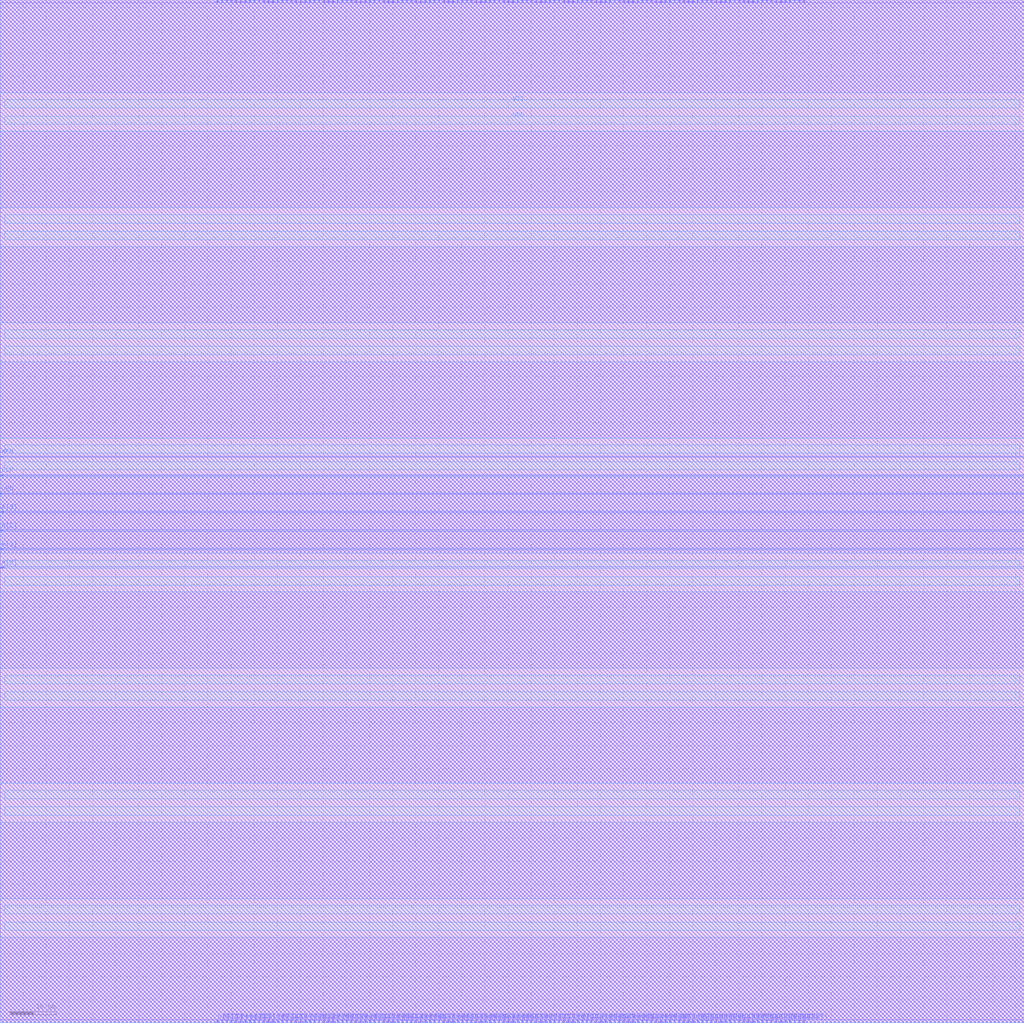
<source format=lef>
##
## LEF for PtnCells ;
## created by Innovus v15.23-s045_1 on Fri Mar 14 15:00:23 2025
##

VERSION 5.8 ;

BUSBITCHARS "[]" ;
DIVIDERCHAR "/" ;

MACRO sram_w16
  CLASS BLOCK ;
  SIZE 221.8000 BY 221.6000 ;
  FOREIGN sram_w16 0.0000 0.0000 ;
  ORIGIN 0 0 ;
  SYMMETRY X Y R90 ;
  PIN CLK
    DIRECTION INPUT ;
    USE SIGNAL ;
    PORT
      LAYER M3 ;
        RECT 0.0000 118.5500 0.5200 118.6500 ;
    END
  END CLK
  PIN D[127]
    DIRECTION INPUT ;
    USE SIGNAL ;
    PORT
      LAYER M2 ;
        RECT 174.0500 0.0000 174.1500 0.5200 ;
    END
  END D[127]
  PIN D[126]
    DIRECTION INPUT ;
    USE SIGNAL ;
    PORT
      LAYER M2 ;
        RECT 173.0500 0.0000 173.1500 0.5200 ;
    END
  END D[126]
  PIN D[125]
    DIRECTION INPUT ;
    USE SIGNAL ;
    PORT
      LAYER M2 ;
        RECT 172.0500 0.0000 172.1500 0.5200 ;
    END
  END D[125]
  PIN D[124]
    DIRECTION INPUT ;
    USE SIGNAL ;
    PORT
      LAYER M2 ;
        RECT 171.0500 0.0000 171.1500 0.5200 ;
    END
  END D[124]
  PIN D[123]
    DIRECTION INPUT ;
    USE SIGNAL ;
    PORT
      LAYER M2 ;
        RECT 170.0500 0.0000 170.1500 0.5200 ;
    END
  END D[123]
  PIN D[122]
    DIRECTION INPUT ;
    USE SIGNAL ;
    PORT
      LAYER M2 ;
        RECT 169.0500 0.0000 169.1500 0.5200 ;
    END
  END D[122]
  PIN D[121]
    DIRECTION INPUT ;
    USE SIGNAL ;
    PORT
      LAYER M2 ;
        RECT 168.0500 0.0000 168.1500 0.5200 ;
    END
  END D[121]
  PIN D[120]
    DIRECTION INPUT ;
    USE SIGNAL ;
    PORT
      LAYER M2 ;
        RECT 167.0500 0.0000 167.1500 0.5200 ;
    END
  END D[120]
  PIN D[119]
    DIRECTION INPUT ;
    USE SIGNAL ;
    PORT
      LAYER M2 ;
        RECT 166.0500 0.0000 166.1500 0.5200 ;
    END
  END D[119]
  PIN D[118]
    DIRECTION INPUT ;
    USE SIGNAL ;
    PORT
      LAYER M2 ;
        RECT 165.0500 0.0000 165.1500 0.5200 ;
    END
  END D[118]
  PIN D[117]
    DIRECTION INPUT ;
    USE SIGNAL ;
    PORT
      LAYER M2 ;
        RECT 164.0500 0.0000 164.1500 0.5200 ;
    END
  END D[117]
  PIN D[116]
    DIRECTION INPUT ;
    USE SIGNAL ;
    PORT
      LAYER M2 ;
        RECT 163.0500 0.0000 163.1500 0.5200 ;
    END
  END D[116]
  PIN D[115]
    DIRECTION INPUT ;
    USE SIGNAL ;
    PORT
      LAYER M2 ;
        RECT 162.0500 0.0000 162.1500 0.5200 ;
    END
  END D[115]
  PIN D[114]
    DIRECTION INPUT ;
    USE SIGNAL ;
    PORT
      LAYER M2 ;
        RECT 161.0500 0.0000 161.1500 0.5200 ;
    END
  END D[114]
  PIN D[113]
    DIRECTION INPUT ;
    USE SIGNAL ;
    PORT
      LAYER M2 ;
        RECT 160.0500 0.0000 160.1500 0.5200 ;
    END
  END D[113]
  PIN D[112]
    DIRECTION INPUT ;
    USE SIGNAL ;
    PORT
      LAYER M2 ;
        RECT 159.0500 0.0000 159.1500 0.5200 ;
    END
  END D[112]
  PIN D[111]
    DIRECTION INPUT ;
    USE SIGNAL ;
    PORT
      LAYER M2 ;
        RECT 158.0500 0.0000 158.1500 0.5200 ;
    END
  END D[111]
  PIN D[110]
    DIRECTION INPUT ;
    USE SIGNAL ;
    PORT
      LAYER M2 ;
        RECT 157.0500 0.0000 157.1500 0.5200 ;
    END
  END D[110]
  PIN D[109]
    DIRECTION INPUT ;
    USE SIGNAL ;
    PORT
      LAYER M2 ;
        RECT 156.0500 0.0000 156.1500 0.5200 ;
    END
  END D[109]
  PIN D[108]
    DIRECTION INPUT ;
    USE SIGNAL ;
    PORT
      LAYER M2 ;
        RECT 155.0500 0.0000 155.1500 0.5200 ;
    END
  END D[108]
  PIN D[107]
    DIRECTION INPUT ;
    USE SIGNAL ;
    PORT
      LAYER M2 ;
        RECT 154.0500 0.0000 154.1500 0.5200 ;
    END
  END D[107]
  PIN D[106]
    DIRECTION INPUT ;
    USE SIGNAL ;
    PORT
      LAYER M2 ;
        RECT 153.0500 0.0000 153.1500 0.5200 ;
    END
  END D[106]
  PIN D[105]
    DIRECTION INPUT ;
    USE SIGNAL ;
    PORT
      LAYER M2 ;
        RECT 152.0500 0.0000 152.1500 0.5200 ;
    END
  END D[105]
  PIN D[104]
    DIRECTION INPUT ;
    USE SIGNAL ;
    PORT
      LAYER M2 ;
        RECT 151.0500 0.0000 151.1500 0.5200 ;
    END
  END D[104]
  PIN D[103]
    DIRECTION INPUT ;
    USE SIGNAL ;
    PORT
      LAYER M2 ;
        RECT 150.0500 0.0000 150.1500 0.5200 ;
    END
  END D[103]
  PIN D[102]
    DIRECTION INPUT ;
    USE SIGNAL ;
    PORT
      LAYER M2 ;
        RECT 149.0500 0.0000 149.1500 0.5200 ;
    END
  END D[102]
  PIN D[101]
    DIRECTION INPUT ;
    USE SIGNAL ;
    PORT
      LAYER M2 ;
        RECT 148.0500 0.0000 148.1500 0.5200 ;
    END
  END D[101]
  PIN D[100]
    DIRECTION INPUT ;
    USE SIGNAL ;
    PORT
      LAYER M2 ;
        RECT 147.0500 0.0000 147.1500 0.5200 ;
    END
  END D[100]
  PIN D[99]
    DIRECTION INPUT ;
    USE SIGNAL ;
    PORT
      LAYER M2 ;
        RECT 146.0500 0.0000 146.1500 0.5200 ;
    END
  END D[99]
  PIN D[98]
    DIRECTION INPUT ;
    USE SIGNAL ;
    PORT
      LAYER M2 ;
        RECT 145.0500 0.0000 145.1500 0.5200 ;
    END
  END D[98]
  PIN D[97]
    DIRECTION INPUT ;
    USE SIGNAL ;
    PORT
      LAYER M2 ;
        RECT 144.0500 0.0000 144.1500 0.5200 ;
    END
  END D[97]
  PIN D[96]
    DIRECTION INPUT ;
    USE SIGNAL ;
    PORT
      LAYER M2 ;
        RECT 143.0500 0.0000 143.1500 0.5200 ;
    END
  END D[96]
  PIN D[95]
    DIRECTION INPUT ;
    USE SIGNAL ;
    PORT
      LAYER M2 ;
        RECT 142.0500 0.0000 142.1500 0.5200 ;
    END
  END D[95]
  PIN D[94]
    DIRECTION INPUT ;
    USE SIGNAL ;
    PORT
      LAYER M2 ;
        RECT 141.0500 0.0000 141.1500 0.5200 ;
    END
  END D[94]
  PIN D[93]
    DIRECTION INPUT ;
    USE SIGNAL ;
    PORT
      LAYER M2 ;
        RECT 140.0500 0.0000 140.1500 0.5200 ;
    END
  END D[93]
  PIN D[92]
    DIRECTION INPUT ;
    USE SIGNAL ;
    PORT
      LAYER M2 ;
        RECT 139.0500 0.0000 139.1500 0.5200 ;
    END
  END D[92]
  PIN D[91]
    DIRECTION INPUT ;
    USE SIGNAL ;
    PORT
      LAYER M2 ;
        RECT 138.0500 0.0000 138.1500 0.5200 ;
    END
  END D[91]
  PIN D[90]
    DIRECTION INPUT ;
    USE SIGNAL ;
    PORT
      LAYER M2 ;
        RECT 137.0500 0.0000 137.1500 0.5200 ;
    END
  END D[90]
  PIN D[89]
    DIRECTION INPUT ;
    USE SIGNAL ;
    PORT
      LAYER M2 ;
        RECT 136.0500 0.0000 136.1500 0.5200 ;
    END
  END D[89]
  PIN D[88]
    DIRECTION INPUT ;
    USE SIGNAL ;
    PORT
      LAYER M2 ;
        RECT 135.0500 0.0000 135.1500 0.5200 ;
    END
  END D[88]
  PIN D[87]
    DIRECTION INPUT ;
    USE SIGNAL ;
    PORT
      LAYER M2 ;
        RECT 134.0500 0.0000 134.1500 0.5200 ;
    END
  END D[87]
  PIN D[86]
    DIRECTION INPUT ;
    USE SIGNAL ;
    PORT
      LAYER M2 ;
        RECT 133.0500 0.0000 133.1500 0.5200 ;
    END
  END D[86]
  PIN D[85]
    DIRECTION INPUT ;
    USE SIGNAL ;
    PORT
      LAYER M2 ;
        RECT 132.0500 0.0000 132.1500 0.5200 ;
    END
  END D[85]
  PIN D[84]
    DIRECTION INPUT ;
    USE SIGNAL ;
    PORT
      LAYER M2 ;
        RECT 131.0500 0.0000 131.1500 0.5200 ;
    END
  END D[84]
  PIN D[83]
    DIRECTION INPUT ;
    USE SIGNAL ;
    PORT
      LAYER M2 ;
        RECT 130.0500 0.0000 130.1500 0.5200 ;
    END
  END D[83]
  PIN D[82]
    DIRECTION INPUT ;
    USE SIGNAL ;
    PORT
      LAYER M2 ;
        RECT 129.0500 0.0000 129.1500 0.5200 ;
    END
  END D[82]
  PIN D[81]
    DIRECTION INPUT ;
    USE SIGNAL ;
    PORT
      LAYER M2 ;
        RECT 128.0500 0.0000 128.1500 0.5200 ;
    END
  END D[81]
  PIN D[80]
    DIRECTION INPUT ;
    USE SIGNAL ;
    PORT
      LAYER M2 ;
        RECT 127.0500 0.0000 127.1500 0.5200 ;
    END
  END D[80]
  PIN D[79]
    DIRECTION INPUT ;
    USE SIGNAL ;
    PORT
      LAYER M2 ;
        RECT 126.0500 0.0000 126.1500 0.5200 ;
    END
  END D[79]
  PIN D[78]
    DIRECTION INPUT ;
    USE SIGNAL ;
    PORT
      LAYER M2 ;
        RECT 125.0500 0.0000 125.1500 0.5200 ;
    END
  END D[78]
  PIN D[77]
    DIRECTION INPUT ;
    USE SIGNAL ;
    PORT
      LAYER M2 ;
        RECT 124.0500 0.0000 124.1500 0.5200 ;
    END
  END D[77]
  PIN D[76]
    DIRECTION INPUT ;
    USE SIGNAL ;
    PORT
      LAYER M2 ;
        RECT 123.0500 0.0000 123.1500 0.5200 ;
    END
  END D[76]
  PIN D[75]
    DIRECTION INPUT ;
    USE SIGNAL ;
    PORT
      LAYER M2 ;
        RECT 122.0500 0.0000 122.1500 0.5200 ;
    END
  END D[75]
  PIN D[74]
    DIRECTION INPUT ;
    USE SIGNAL ;
    PORT
      LAYER M2 ;
        RECT 121.0500 0.0000 121.1500 0.5200 ;
    END
  END D[74]
  PIN D[73]
    DIRECTION INPUT ;
    USE SIGNAL ;
    PORT
      LAYER M2 ;
        RECT 120.0500 0.0000 120.1500 0.5200 ;
    END
  END D[73]
  PIN D[72]
    DIRECTION INPUT ;
    USE SIGNAL ;
    PORT
      LAYER M2 ;
        RECT 119.0500 0.0000 119.1500 0.5200 ;
    END
  END D[72]
  PIN D[71]
    DIRECTION INPUT ;
    USE SIGNAL ;
    PORT
      LAYER M2 ;
        RECT 118.0500 0.0000 118.1500 0.5200 ;
    END
  END D[71]
  PIN D[70]
    DIRECTION INPUT ;
    USE SIGNAL ;
    PORT
      LAYER M2 ;
        RECT 117.0500 0.0000 117.1500 0.5200 ;
    END
  END D[70]
  PIN D[69]
    DIRECTION INPUT ;
    USE SIGNAL ;
    PORT
      LAYER M2 ;
        RECT 116.0500 0.0000 116.1500 0.5200 ;
    END
  END D[69]
  PIN D[68]
    DIRECTION INPUT ;
    USE SIGNAL ;
    PORT
      LAYER M2 ;
        RECT 115.0500 0.0000 115.1500 0.5200 ;
    END
  END D[68]
  PIN D[67]
    DIRECTION INPUT ;
    USE SIGNAL ;
    PORT
      LAYER M2 ;
        RECT 114.0500 0.0000 114.1500 0.5200 ;
    END
  END D[67]
  PIN D[66]
    DIRECTION INPUT ;
    USE SIGNAL ;
    PORT
      LAYER M2 ;
        RECT 113.0500 0.0000 113.1500 0.5200 ;
    END
  END D[66]
  PIN D[65]
    DIRECTION INPUT ;
    USE SIGNAL ;
    PORT
      LAYER M2 ;
        RECT 112.0500 0.0000 112.1500 0.5200 ;
    END
  END D[65]
  PIN D[64]
    DIRECTION INPUT ;
    USE SIGNAL ;
    PORT
      LAYER M2 ;
        RECT 111.0500 0.0000 111.1500 0.5200 ;
    END
  END D[64]
  PIN D[63]
    DIRECTION INPUT ;
    USE SIGNAL ;
    PORT
      LAYER M2 ;
        RECT 110.0500 0.0000 110.1500 0.5200 ;
    END
  END D[63]
  PIN D[62]
    DIRECTION INPUT ;
    USE SIGNAL ;
    PORT
      LAYER M2 ;
        RECT 109.0500 0.0000 109.1500 0.5200 ;
    END
  END D[62]
  PIN D[61]
    DIRECTION INPUT ;
    USE SIGNAL ;
    PORT
      LAYER M2 ;
        RECT 108.0500 0.0000 108.1500 0.5200 ;
    END
  END D[61]
  PIN D[60]
    DIRECTION INPUT ;
    USE SIGNAL ;
    PORT
      LAYER M2 ;
        RECT 107.0500 0.0000 107.1500 0.5200 ;
    END
  END D[60]
  PIN D[59]
    DIRECTION INPUT ;
    USE SIGNAL ;
    PORT
      LAYER M2 ;
        RECT 106.0500 0.0000 106.1500 0.5200 ;
    END
  END D[59]
  PIN D[58]
    DIRECTION INPUT ;
    USE SIGNAL ;
    PORT
      LAYER M2 ;
        RECT 105.0500 0.0000 105.1500 0.5200 ;
    END
  END D[58]
  PIN D[57]
    DIRECTION INPUT ;
    USE SIGNAL ;
    PORT
      LAYER M2 ;
        RECT 104.0500 0.0000 104.1500 0.5200 ;
    END
  END D[57]
  PIN D[56]
    DIRECTION INPUT ;
    USE SIGNAL ;
    PORT
      LAYER M2 ;
        RECT 103.0500 0.0000 103.1500 0.5200 ;
    END
  END D[56]
  PIN D[55]
    DIRECTION INPUT ;
    USE SIGNAL ;
    PORT
      LAYER M2 ;
        RECT 102.0500 0.0000 102.1500 0.5200 ;
    END
  END D[55]
  PIN D[54]
    DIRECTION INPUT ;
    USE SIGNAL ;
    PORT
      LAYER M2 ;
        RECT 101.0500 0.0000 101.1500 0.5200 ;
    END
  END D[54]
  PIN D[53]
    DIRECTION INPUT ;
    USE SIGNAL ;
    PORT
      LAYER M2 ;
        RECT 100.0500 0.0000 100.1500 0.5200 ;
    END
  END D[53]
  PIN D[52]
    DIRECTION INPUT ;
    USE SIGNAL ;
    PORT
      LAYER M2 ;
        RECT 99.0500 0.0000 99.1500 0.5200 ;
    END
  END D[52]
  PIN D[51]
    DIRECTION INPUT ;
    USE SIGNAL ;
    PORT
      LAYER M2 ;
        RECT 98.0500 0.0000 98.1500 0.5200 ;
    END
  END D[51]
  PIN D[50]
    DIRECTION INPUT ;
    USE SIGNAL ;
    PORT
      LAYER M2 ;
        RECT 97.0500 0.0000 97.1500 0.5200 ;
    END
  END D[50]
  PIN D[49]
    DIRECTION INPUT ;
    USE SIGNAL ;
    PORT
      LAYER M2 ;
        RECT 96.0500 0.0000 96.1500 0.5200 ;
    END
  END D[49]
  PIN D[48]
    DIRECTION INPUT ;
    USE SIGNAL ;
    PORT
      LAYER M2 ;
        RECT 95.0500 0.0000 95.1500 0.5200 ;
    END
  END D[48]
  PIN D[47]
    DIRECTION INPUT ;
    USE SIGNAL ;
    PORT
      LAYER M2 ;
        RECT 94.0500 0.0000 94.1500 0.5200 ;
    END
  END D[47]
  PIN D[46]
    DIRECTION INPUT ;
    USE SIGNAL ;
    PORT
      LAYER M2 ;
        RECT 93.0500 0.0000 93.1500 0.5200 ;
    END
  END D[46]
  PIN D[45]
    DIRECTION INPUT ;
    USE SIGNAL ;
    PORT
      LAYER M2 ;
        RECT 92.0500 0.0000 92.1500 0.5200 ;
    END
  END D[45]
  PIN D[44]
    DIRECTION INPUT ;
    USE SIGNAL ;
    PORT
      LAYER M2 ;
        RECT 91.0500 0.0000 91.1500 0.5200 ;
    END
  END D[44]
  PIN D[43]
    DIRECTION INPUT ;
    USE SIGNAL ;
    PORT
      LAYER M2 ;
        RECT 90.0500 0.0000 90.1500 0.5200 ;
    END
  END D[43]
  PIN D[42]
    DIRECTION INPUT ;
    USE SIGNAL ;
    PORT
      LAYER M2 ;
        RECT 89.0500 0.0000 89.1500 0.5200 ;
    END
  END D[42]
  PIN D[41]
    DIRECTION INPUT ;
    USE SIGNAL ;
    PORT
      LAYER M2 ;
        RECT 88.0500 0.0000 88.1500 0.5200 ;
    END
  END D[41]
  PIN D[40]
    DIRECTION INPUT ;
    USE SIGNAL ;
    PORT
      LAYER M2 ;
        RECT 87.0500 0.0000 87.1500 0.5200 ;
    END
  END D[40]
  PIN D[39]
    DIRECTION INPUT ;
    USE SIGNAL ;
    PORT
      LAYER M2 ;
        RECT 86.0500 0.0000 86.1500 0.5200 ;
    END
  END D[39]
  PIN D[38]
    DIRECTION INPUT ;
    USE SIGNAL ;
    PORT
      LAYER M2 ;
        RECT 85.0500 0.0000 85.1500 0.5200 ;
    END
  END D[38]
  PIN D[37]
    DIRECTION INPUT ;
    USE SIGNAL ;
    PORT
      LAYER M2 ;
        RECT 84.0500 0.0000 84.1500 0.5200 ;
    END
  END D[37]
  PIN D[36]
    DIRECTION INPUT ;
    USE SIGNAL ;
    PORT
      LAYER M2 ;
        RECT 83.0500 0.0000 83.1500 0.5200 ;
    END
  END D[36]
  PIN D[35]
    DIRECTION INPUT ;
    USE SIGNAL ;
    PORT
      LAYER M2 ;
        RECT 82.0500 0.0000 82.1500 0.5200 ;
    END
  END D[35]
  PIN D[34]
    DIRECTION INPUT ;
    USE SIGNAL ;
    PORT
      LAYER M2 ;
        RECT 81.0500 0.0000 81.1500 0.5200 ;
    END
  END D[34]
  PIN D[33]
    DIRECTION INPUT ;
    USE SIGNAL ;
    PORT
      LAYER M2 ;
        RECT 80.0500 0.0000 80.1500 0.5200 ;
    END
  END D[33]
  PIN D[32]
    DIRECTION INPUT ;
    USE SIGNAL ;
    PORT
      LAYER M2 ;
        RECT 79.0500 0.0000 79.1500 0.5200 ;
    END
  END D[32]
  PIN D[31]
    DIRECTION INPUT ;
    USE SIGNAL ;
    PORT
      LAYER M2 ;
        RECT 78.0500 0.0000 78.1500 0.5200 ;
    END
  END D[31]
  PIN D[30]
    DIRECTION INPUT ;
    USE SIGNAL ;
    PORT
      LAYER M2 ;
        RECT 77.0500 0.0000 77.1500 0.5200 ;
    END
  END D[30]
  PIN D[29]
    DIRECTION INPUT ;
    USE SIGNAL ;
    PORT
      LAYER M2 ;
        RECT 76.0500 0.0000 76.1500 0.5200 ;
    END
  END D[29]
  PIN D[28]
    DIRECTION INPUT ;
    USE SIGNAL ;
    PORT
      LAYER M2 ;
        RECT 75.0500 0.0000 75.1500 0.5200 ;
    END
  END D[28]
  PIN D[27]
    DIRECTION INPUT ;
    USE SIGNAL ;
    PORT
      LAYER M2 ;
        RECT 74.0500 0.0000 74.1500 0.5200 ;
    END
  END D[27]
  PIN D[26]
    DIRECTION INPUT ;
    USE SIGNAL ;
    PORT
      LAYER M2 ;
        RECT 73.0500 0.0000 73.1500 0.5200 ;
    END
  END D[26]
  PIN D[25]
    DIRECTION INPUT ;
    USE SIGNAL ;
    PORT
      LAYER M2 ;
        RECT 72.0500 0.0000 72.1500 0.5200 ;
    END
  END D[25]
  PIN D[24]
    DIRECTION INPUT ;
    USE SIGNAL ;
    PORT
      LAYER M2 ;
        RECT 71.0500 0.0000 71.1500 0.5200 ;
    END
  END D[24]
  PIN D[23]
    DIRECTION INPUT ;
    USE SIGNAL ;
    PORT
      LAYER M2 ;
        RECT 70.0500 0.0000 70.1500 0.5200 ;
    END
  END D[23]
  PIN D[22]
    DIRECTION INPUT ;
    USE SIGNAL ;
    PORT
      LAYER M2 ;
        RECT 69.0500 0.0000 69.1500 0.5200 ;
    END
  END D[22]
  PIN D[21]
    DIRECTION INPUT ;
    USE SIGNAL ;
    PORT
      LAYER M2 ;
        RECT 68.0500 0.0000 68.1500 0.5200 ;
    END
  END D[21]
  PIN D[20]
    DIRECTION INPUT ;
    USE SIGNAL ;
    PORT
      LAYER M2 ;
        RECT 67.0500 0.0000 67.1500 0.5200 ;
    END
  END D[20]
  PIN D[19]
    DIRECTION INPUT ;
    USE SIGNAL ;
    PORT
      LAYER M2 ;
        RECT 66.0500 0.0000 66.1500 0.5200 ;
    END
  END D[19]
  PIN D[18]
    DIRECTION INPUT ;
    USE SIGNAL ;
    PORT
      LAYER M2 ;
        RECT 65.0500 0.0000 65.1500 0.5200 ;
    END
  END D[18]
  PIN D[17]
    DIRECTION INPUT ;
    USE SIGNAL ;
    PORT
      LAYER M2 ;
        RECT 64.0500 0.0000 64.1500 0.5200 ;
    END
  END D[17]
  PIN D[16]
    DIRECTION INPUT ;
    USE SIGNAL ;
    PORT
      LAYER M2 ;
        RECT 63.0500 0.0000 63.1500 0.5200 ;
    END
  END D[16]
  PIN D[15]
    DIRECTION INPUT ;
    USE SIGNAL ;
    PORT
      LAYER M2 ;
        RECT 62.0500 0.0000 62.1500 0.5200 ;
    END
  END D[15]
  PIN D[14]
    DIRECTION INPUT ;
    USE SIGNAL ;
    PORT
      LAYER M2 ;
        RECT 61.0500 0.0000 61.1500 0.5200 ;
    END
  END D[14]
  PIN D[13]
    DIRECTION INPUT ;
    USE SIGNAL ;
    PORT
      LAYER M2 ;
        RECT 60.0500 0.0000 60.1500 0.5200 ;
    END
  END D[13]
  PIN D[12]
    DIRECTION INPUT ;
    USE SIGNAL ;
    PORT
      LAYER M2 ;
        RECT 59.0500 0.0000 59.1500 0.5200 ;
    END
  END D[12]
  PIN D[11]
    DIRECTION INPUT ;
    USE SIGNAL ;
    PORT
      LAYER M2 ;
        RECT 58.0500 0.0000 58.1500 0.5200 ;
    END
  END D[11]
  PIN D[10]
    DIRECTION INPUT ;
    USE SIGNAL ;
    PORT
      LAYER M2 ;
        RECT 57.0500 0.0000 57.1500 0.5200 ;
    END
  END D[10]
  PIN D[9]
    DIRECTION INPUT ;
    USE SIGNAL ;
    PORT
      LAYER M2 ;
        RECT 56.0500 0.0000 56.1500 0.5200 ;
    END
  END D[9]
  PIN D[8]
    DIRECTION INPUT ;
    USE SIGNAL ;
    PORT
      LAYER M2 ;
        RECT 55.0500 0.0000 55.1500 0.5200 ;
    END
  END D[8]
  PIN D[7]
    DIRECTION INPUT ;
    USE SIGNAL ;
    PORT
      LAYER M2 ;
        RECT 54.0500 0.0000 54.1500 0.5200 ;
    END
  END D[7]
  PIN D[6]
    DIRECTION INPUT ;
    USE SIGNAL ;
    PORT
      LAYER M2 ;
        RECT 53.0500 0.0000 53.1500 0.5200 ;
    END
  END D[6]
  PIN D[5]
    DIRECTION INPUT ;
    USE SIGNAL ;
    PORT
      LAYER M2 ;
        RECT 52.0500 0.0000 52.1500 0.5200 ;
    END
  END D[5]
  PIN D[4]
    DIRECTION INPUT ;
    USE SIGNAL ;
    PORT
      LAYER M2 ;
        RECT 51.0500 0.0000 51.1500 0.5200 ;
    END
  END D[4]
  PIN D[3]
    DIRECTION INPUT ;
    USE SIGNAL ;
    PORT
      LAYER M2 ;
        RECT 50.0500 0.0000 50.1500 0.5200 ;
    END
  END D[3]
  PIN D[2]
    DIRECTION INPUT ;
    USE SIGNAL ;
    PORT
      LAYER M2 ;
        RECT 49.0500 0.0000 49.1500 0.5200 ;
    END
  END D[2]
  PIN D[1]
    DIRECTION INPUT ;
    USE SIGNAL ;
    PORT
      LAYER M2 ;
        RECT 48.0500 0.0000 48.1500 0.5200 ;
    END
  END D[1]
  PIN D[0]
    DIRECTION INPUT ;
    USE SIGNAL ;
    PORT
      LAYER M2 ;
        RECT 47.0500 0.0000 47.1500 0.5200 ;
    END
  END D[0]
  PIN Q[127]
    DIRECTION OUTPUT ;
    USE SIGNAL ;
    PORT
      LAYER M2 ;
        RECT 174.0500 221.0800 174.1500 221.6000 ;
    END
  END Q[127]
  PIN Q[126]
    DIRECTION OUTPUT ;
    USE SIGNAL ;
    PORT
      LAYER M2 ;
        RECT 173.0500 221.0800 173.1500 221.6000 ;
    END
  END Q[126]
  PIN Q[125]
    DIRECTION OUTPUT ;
    USE SIGNAL ;
    PORT
      LAYER M2 ;
        RECT 172.0500 221.0800 172.1500 221.6000 ;
    END
  END Q[125]
  PIN Q[124]
    DIRECTION OUTPUT ;
    USE SIGNAL ;
    PORT
      LAYER M2 ;
        RECT 171.0500 221.0800 171.1500 221.6000 ;
    END
  END Q[124]
  PIN Q[123]
    DIRECTION OUTPUT ;
    USE SIGNAL ;
    PORT
      LAYER M2 ;
        RECT 170.0500 221.0800 170.1500 221.6000 ;
    END
  END Q[123]
  PIN Q[122]
    DIRECTION OUTPUT ;
    USE SIGNAL ;
    PORT
      LAYER M2 ;
        RECT 169.0500 221.0800 169.1500 221.6000 ;
    END
  END Q[122]
  PIN Q[121]
    DIRECTION OUTPUT ;
    USE SIGNAL ;
    PORT
      LAYER M2 ;
        RECT 168.0500 221.0800 168.1500 221.6000 ;
    END
  END Q[121]
  PIN Q[120]
    DIRECTION OUTPUT ;
    USE SIGNAL ;
    PORT
      LAYER M2 ;
        RECT 167.0500 221.0800 167.1500 221.6000 ;
    END
  END Q[120]
  PIN Q[119]
    DIRECTION OUTPUT ;
    USE SIGNAL ;
    PORT
      LAYER M2 ;
        RECT 166.0500 221.0800 166.1500 221.6000 ;
    END
  END Q[119]
  PIN Q[118]
    DIRECTION OUTPUT ;
    USE SIGNAL ;
    PORT
      LAYER M2 ;
        RECT 165.0500 221.0800 165.1500 221.6000 ;
    END
  END Q[118]
  PIN Q[117]
    DIRECTION OUTPUT ;
    USE SIGNAL ;
    PORT
      LAYER M2 ;
        RECT 164.0500 221.0800 164.1500 221.6000 ;
    END
  END Q[117]
  PIN Q[116]
    DIRECTION OUTPUT ;
    USE SIGNAL ;
    PORT
      LAYER M2 ;
        RECT 163.0500 221.0800 163.1500 221.6000 ;
    END
  END Q[116]
  PIN Q[115]
    DIRECTION OUTPUT ;
    USE SIGNAL ;
    PORT
      LAYER M2 ;
        RECT 162.0500 221.0800 162.1500 221.6000 ;
    END
  END Q[115]
  PIN Q[114]
    DIRECTION OUTPUT ;
    USE SIGNAL ;
    PORT
      LAYER M2 ;
        RECT 161.0500 221.0800 161.1500 221.6000 ;
    END
  END Q[114]
  PIN Q[113]
    DIRECTION OUTPUT ;
    USE SIGNAL ;
    PORT
      LAYER M2 ;
        RECT 160.0500 221.0800 160.1500 221.6000 ;
    END
  END Q[113]
  PIN Q[112]
    DIRECTION OUTPUT ;
    USE SIGNAL ;
    PORT
      LAYER M2 ;
        RECT 159.0500 221.0800 159.1500 221.6000 ;
    END
  END Q[112]
  PIN Q[111]
    DIRECTION OUTPUT ;
    USE SIGNAL ;
    PORT
      LAYER M2 ;
        RECT 158.0500 221.0800 158.1500 221.6000 ;
    END
  END Q[111]
  PIN Q[110]
    DIRECTION OUTPUT ;
    USE SIGNAL ;
    PORT
      LAYER M2 ;
        RECT 157.0500 221.0800 157.1500 221.6000 ;
    END
  END Q[110]
  PIN Q[109]
    DIRECTION OUTPUT ;
    USE SIGNAL ;
    PORT
      LAYER M2 ;
        RECT 156.0500 221.0800 156.1500 221.6000 ;
    END
  END Q[109]
  PIN Q[108]
    DIRECTION OUTPUT ;
    USE SIGNAL ;
    PORT
      LAYER M2 ;
        RECT 155.0500 221.0800 155.1500 221.6000 ;
    END
  END Q[108]
  PIN Q[107]
    DIRECTION OUTPUT ;
    USE SIGNAL ;
    PORT
      LAYER M2 ;
        RECT 154.0500 221.0800 154.1500 221.6000 ;
    END
  END Q[107]
  PIN Q[106]
    DIRECTION OUTPUT ;
    USE SIGNAL ;
    PORT
      LAYER M2 ;
        RECT 153.0500 221.0800 153.1500 221.6000 ;
    END
  END Q[106]
  PIN Q[105]
    DIRECTION OUTPUT ;
    USE SIGNAL ;
    PORT
      LAYER M2 ;
        RECT 152.0500 221.0800 152.1500 221.6000 ;
    END
  END Q[105]
  PIN Q[104]
    DIRECTION OUTPUT ;
    USE SIGNAL ;
    PORT
      LAYER M2 ;
        RECT 151.0500 221.0800 151.1500 221.6000 ;
    END
  END Q[104]
  PIN Q[103]
    DIRECTION OUTPUT ;
    USE SIGNAL ;
    PORT
      LAYER M2 ;
        RECT 150.0500 221.0800 150.1500 221.6000 ;
    END
  END Q[103]
  PIN Q[102]
    DIRECTION OUTPUT ;
    USE SIGNAL ;
    PORT
      LAYER M2 ;
        RECT 149.0500 221.0800 149.1500 221.6000 ;
    END
  END Q[102]
  PIN Q[101]
    DIRECTION OUTPUT ;
    USE SIGNAL ;
    PORT
      LAYER M2 ;
        RECT 148.0500 221.0800 148.1500 221.6000 ;
    END
  END Q[101]
  PIN Q[100]
    DIRECTION OUTPUT ;
    USE SIGNAL ;
    PORT
      LAYER M2 ;
        RECT 147.0500 221.0800 147.1500 221.6000 ;
    END
  END Q[100]
  PIN Q[99]
    DIRECTION OUTPUT ;
    USE SIGNAL ;
    PORT
      LAYER M2 ;
        RECT 146.0500 221.0800 146.1500 221.6000 ;
    END
  END Q[99]
  PIN Q[98]
    DIRECTION OUTPUT ;
    USE SIGNAL ;
    PORT
      LAYER M2 ;
        RECT 145.0500 221.0800 145.1500 221.6000 ;
    END
  END Q[98]
  PIN Q[97]
    DIRECTION OUTPUT ;
    USE SIGNAL ;
    PORT
      LAYER M2 ;
        RECT 144.0500 221.0800 144.1500 221.6000 ;
    END
  END Q[97]
  PIN Q[96]
    DIRECTION OUTPUT ;
    USE SIGNAL ;
    PORT
      LAYER M2 ;
        RECT 143.0500 221.0800 143.1500 221.6000 ;
    END
  END Q[96]
  PIN Q[95]
    DIRECTION OUTPUT ;
    USE SIGNAL ;
    PORT
      LAYER M2 ;
        RECT 142.0500 221.0800 142.1500 221.6000 ;
    END
  END Q[95]
  PIN Q[94]
    DIRECTION OUTPUT ;
    USE SIGNAL ;
    PORT
      LAYER M2 ;
        RECT 141.0500 221.0800 141.1500 221.6000 ;
    END
  END Q[94]
  PIN Q[93]
    DIRECTION OUTPUT ;
    USE SIGNAL ;
    PORT
      LAYER M2 ;
        RECT 140.0500 221.0800 140.1500 221.6000 ;
    END
  END Q[93]
  PIN Q[92]
    DIRECTION OUTPUT ;
    USE SIGNAL ;
    PORT
      LAYER M2 ;
        RECT 139.0500 221.0800 139.1500 221.6000 ;
    END
  END Q[92]
  PIN Q[91]
    DIRECTION OUTPUT ;
    USE SIGNAL ;
    PORT
      LAYER M2 ;
        RECT 138.0500 221.0800 138.1500 221.6000 ;
    END
  END Q[91]
  PIN Q[90]
    DIRECTION OUTPUT ;
    USE SIGNAL ;
    PORT
      LAYER M2 ;
        RECT 137.0500 221.0800 137.1500 221.6000 ;
    END
  END Q[90]
  PIN Q[89]
    DIRECTION OUTPUT ;
    USE SIGNAL ;
    PORT
      LAYER M2 ;
        RECT 136.0500 221.0800 136.1500 221.6000 ;
    END
  END Q[89]
  PIN Q[88]
    DIRECTION OUTPUT ;
    USE SIGNAL ;
    PORT
      LAYER M2 ;
        RECT 135.0500 221.0800 135.1500 221.6000 ;
    END
  END Q[88]
  PIN Q[87]
    DIRECTION OUTPUT ;
    USE SIGNAL ;
    PORT
      LAYER M2 ;
        RECT 134.0500 221.0800 134.1500 221.6000 ;
    END
  END Q[87]
  PIN Q[86]
    DIRECTION OUTPUT ;
    USE SIGNAL ;
    PORT
      LAYER M2 ;
        RECT 133.0500 221.0800 133.1500 221.6000 ;
    END
  END Q[86]
  PIN Q[85]
    DIRECTION OUTPUT ;
    USE SIGNAL ;
    PORT
      LAYER M2 ;
        RECT 132.0500 221.0800 132.1500 221.6000 ;
    END
  END Q[85]
  PIN Q[84]
    DIRECTION OUTPUT ;
    USE SIGNAL ;
    PORT
      LAYER M2 ;
        RECT 131.0500 221.0800 131.1500 221.6000 ;
    END
  END Q[84]
  PIN Q[83]
    DIRECTION OUTPUT ;
    USE SIGNAL ;
    PORT
      LAYER M2 ;
        RECT 130.0500 221.0800 130.1500 221.6000 ;
    END
  END Q[83]
  PIN Q[82]
    DIRECTION OUTPUT ;
    USE SIGNAL ;
    PORT
      LAYER M2 ;
        RECT 129.0500 221.0800 129.1500 221.6000 ;
    END
  END Q[82]
  PIN Q[81]
    DIRECTION OUTPUT ;
    USE SIGNAL ;
    PORT
      LAYER M2 ;
        RECT 128.0500 221.0800 128.1500 221.6000 ;
    END
  END Q[81]
  PIN Q[80]
    DIRECTION OUTPUT ;
    USE SIGNAL ;
    PORT
      LAYER M2 ;
        RECT 127.0500 221.0800 127.1500 221.6000 ;
    END
  END Q[80]
  PIN Q[79]
    DIRECTION OUTPUT ;
    USE SIGNAL ;
    PORT
      LAYER M2 ;
        RECT 126.0500 221.0800 126.1500 221.6000 ;
    END
  END Q[79]
  PIN Q[78]
    DIRECTION OUTPUT ;
    USE SIGNAL ;
    PORT
      LAYER M2 ;
        RECT 125.0500 221.0800 125.1500 221.6000 ;
    END
  END Q[78]
  PIN Q[77]
    DIRECTION OUTPUT ;
    USE SIGNAL ;
    PORT
      LAYER M2 ;
        RECT 124.0500 221.0800 124.1500 221.6000 ;
    END
  END Q[77]
  PIN Q[76]
    DIRECTION OUTPUT ;
    USE SIGNAL ;
    PORT
      LAYER M2 ;
        RECT 123.0500 221.0800 123.1500 221.6000 ;
    END
  END Q[76]
  PIN Q[75]
    DIRECTION OUTPUT ;
    USE SIGNAL ;
    PORT
      LAYER M2 ;
        RECT 122.0500 221.0800 122.1500 221.6000 ;
    END
  END Q[75]
  PIN Q[74]
    DIRECTION OUTPUT ;
    USE SIGNAL ;
    PORT
      LAYER M2 ;
        RECT 121.0500 221.0800 121.1500 221.6000 ;
    END
  END Q[74]
  PIN Q[73]
    DIRECTION OUTPUT ;
    USE SIGNAL ;
    PORT
      LAYER M2 ;
        RECT 120.0500 221.0800 120.1500 221.6000 ;
    END
  END Q[73]
  PIN Q[72]
    DIRECTION OUTPUT ;
    USE SIGNAL ;
    PORT
      LAYER M2 ;
        RECT 119.0500 221.0800 119.1500 221.6000 ;
    END
  END Q[72]
  PIN Q[71]
    DIRECTION OUTPUT ;
    USE SIGNAL ;
    PORT
      LAYER M2 ;
        RECT 118.0500 221.0800 118.1500 221.6000 ;
    END
  END Q[71]
  PIN Q[70]
    DIRECTION OUTPUT ;
    USE SIGNAL ;
    PORT
      LAYER M2 ;
        RECT 117.0500 221.0800 117.1500 221.6000 ;
    END
  END Q[70]
  PIN Q[69]
    DIRECTION OUTPUT ;
    USE SIGNAL ;
    PORT
      LAYER M2 ;
        RECT 116.0500 221.0800 116.1500 221.6000 ;
    END
  END Q[69]
  PIN Q[68]
    DIRECTION OUTPUT ;
    USE SIGNAL ;
    PORT
      LAYER M2 ;
        RECT 115.0500 221.0800 115.1500 221.6000 ;
    END
  END Q[68]
  PIN Q[67]
    DIRECTION OUTPUT ;
    USE SIGNAL ;
    PORT
      LAYER M2 ;
        RECT 114.0500 221.0800 114.1500 221.6000 ;
    END
  END Q[67]
  PIN Q[66]
    DIRECTION OUTPUT ;
    USE SIGNAL ;
    PORT
      LAYER M2 ;
        RECT 113.0500 221.0800 113.1500 221.6000 ;
    END
  END Q[66]
  PIN Q[65]
    DIRECTION OUTPUT ;
    USE SIGNAL ;
    PORT
      LAYER M2 ;
        RECT 112.0500 221.0800 112.1500 221.6000 ;
    END
  END Q[65]
  PIN Q[64]
    DIRECTION OUTPUT ;
    USE SIGNAL ;
    PORT
      LAYER M2 ;
        RECT 111.0500 221.0800 111.1500 221.6000 ;
    END
  END Q[64]
  PIN Q[63]
    DIRECTION OUTPUT ;
    USE SIGNAL ;
    PORT
      LAYER M2 ;
        RECT 110.0500 221.0800 110.1500 221.6000 ;
    END
  END Q[63]
  PIN Q[62]
    DIRECTION OUTPUT ;
    USE SIGNAL ;
    PORT
      LAYER M2 ;
        RECT 109.0500 221.0800 109.1500 221.6000 ;
    END
  END Q[62]
  PIN Q[61]
    DIRECTION OUTPUT ;
    USE SIGNAL ;
    PORT
      LAYER M2 ;
        RECT 108.0500 221.0800 108.1500 221.6000 ;
    END
  END Q[61]
  PIN Q[60]
    DIRECTION OUTPUT ;
    USE SIGNAL ;
    PORT
      LAYER M2 ;
        RECT 107.0500 221.0800 107.1500 221.6000 ;
    END
  END Q[60]
  PIN Q[59]
    DIRECTION OUTPUT ;
    USE SIGNAL ;
    PORT
      LAYER M2 ;
        RECT 106.0500 221.0800 106.1500 221.6000 ;
    END
  END Q[59]
  PIN Q[58]
    DIRECTION OUTPUT ;
    USE SIGNAL ;
    PORT
      LAYER M2 ;
        RECT 105.0500 221.0800 105.1500 221.6000 ;
    END
  END Q[58]
  PIN Q[57]
    DIRECTION OUTPUT ;
    USE SIGNAL ;
    PORT
      LAYER M2 ;
        RECT 104.0500 221.0800 104.1500 221.6000 ;
    END
  END Q[57]
  PIN Q[56]
    DIRECTION OUTPUT ;
    USE SIGNAL ;
    PORT
      LAYER M2 ;
        RECT 103.0500 221.0800 103.1500 221.6000 ;
    END
  END Q[56]
  PIN Q[55]
    DIRECTION OUTPUT ;
    USE SIGNAL ;
    PORT
      LAYER M2 ;
        RECT 102.0500 221.0800 102.1500 221.6000 ;
    END
  END Q[55]
  PIN Q[54]
    DIRECTION OUTPUT ;
    USE SIGNAL ;
    PORT
      LAYER M2 ;
        RECT 101.0500 221.0800 101.1500 221.6000 ;
    END
  END Q[54]
  PIN Q[53]
    DIRECTION OUTPUT ;
    USE SIGNAL ;
    PORT
      LAYER M2 ;
        RECT 100.0500 221.0800 100.1500 221.6000 ;
    END
  END Q[53]
  PIN Q[52]
    DIRECTION OUTPUT ;
    USE SIGNAL ;
    PORT
      LAYER M2 ;
        RECT 99.0500 221.0800 99.1500 221.6000 ;
    END
  END Q[52]
  PIN Q[51]
    DIRECTION OUTPUT ;
    USE SIGNAL ;
    PORT
      LAYER M2 ;
        RECT 98.0500 221.0800 98.1500 221.6000 ;
    END
  END Q[51]
  PIN Q[50]
    DIRECTION OUTPUT ;
    USE SIGNAL ;
    PORT
      LAYER M2 ;
        RECT 97.0500 221.0800 97.1500 221.6000 ;
    END
  END Q[50]
  PIN Q[49]
    DIRECTION OUTPUT ;
    USE SIGNAL ;
    PORT
      LAYER M2 ;
        RECT 96.0500 221.0800 96.1500 221.6000 ;
    END
  END Q[49]
  PIN Q[48]
    DIRECTION OUTPUT ;
    USE SIGNAL ;
    PORT
      LAYER M2 ;
        RECT 95.0500 221.0800 95.1500 221.6000 ;
    END
  END Q[48]
  PIN Q[47]
    DIRECTION OUTPUT ;
    USE SIGNAL ;
    PORT
      LAYER M2 ;
        RECT 94.0500 221.0800 94.1500 221.6000 ;
    END
  END Q[47]
  PIN Q[46]
    DIRECTION OUTPUT ;
    USE SIGNAL ;
    PORT
      LAYER M2 ;
        RECT 93.0500 221.0800 93.1500 221.6000 ;
    END
  END Q[46]
  PIN Q[45]
    DIRECTION OUTPUT ;
    USE SIGNAL ;
    PORT
      LAYER M2 ;
        RECT 92.0500 221.0800 92.1500 221.6000 ;
    END
  END Q[45]
  PIN Q[44]
    DIRECTION OUTPUT ;
    USE SIGNAL ;
    PORT
      LAYER M2 ;
        RECT 91.0500 221.0800 91.1500 221.6000 ;
    END
  END Q[44]
  PIN Q[43]
    DIRECTION OUTPUT ;
    USE SIGNAL ;
    PORT
      LAYER M2 ;
        RECT 90.0500 221.0800 90.1500 221.6000 ;
    END
  END Q[43]
  PIN Q[42]
    DIRECTION OUTPUT ;
    USE SIGNAL ;
    PORT
      LAYER M2 ;
        RECT 89.0500 221.0800 89.1500 221.6000 ;
    END
  END Q[42]
  PIN Q[41]
    DIRECTION OUTPUT ;
    USE SIGNAL ;
    PORT
      LAYER M2 ;
        RECT 88.0500 221.0800 88.1500 221.6000 ;
    END
  END Q[41]
  PIN Q[40]
    DIRECTION OUTPUT ;
    USE SIGNAL ;
    PORT
      LAYER M2 ;
        RECT 87.0500 221.0800 87.1500 221.6000 ;
    END
  END Q[40]
  PIN Q[39]
    DIRECTION OUTPUT ;
    USE SIGNAL ;
    PORT
      LAYER M2 ;
        RECT 86.0500 221.0800 86.1500 221.6000 ;
    END
  END Q[39]
  PIN Q[38]
    DIRECTION OUTPUT ;
    USE SIGNAL ;
    PORT
      LAYER M2 ;
        RECT 85.0500 221.0800 85.1500 221.6000 ;
    END
  END Q[38]
  PIN Q[37]
    DIRECTION OUTPUT ;
    USE SIGNAL ;
    PORT
      LAYER M2 ;
        RECT 84.0500 221.0800 84.1500 221.6000 ;
    END
  END Q[37]
  PIN Q[36]
    DIRECTION OUTPUT ;
    USE SIGNAL ;
    PORT
      LAYER M2 ;
        RECT 83.0500 221.0800 83.1500 221.6000 ;
    END
  END Q[36]
  PIN Q[35]
    DIRECTION OUTPUT ;
    USE SIGNAL ;
    PORT
      LAYER M2 ;
        RECT 82.0500 221.0800 82.1500 221.6000 ;
    END
  END Q[35]
  PIN Q[34]
    DIRECTION OUTPUT ;
    USE SIGNAL ;
    PORT
      LAYER M2 ;
        RECT 81.0500 221.0800 81.1500 221.6000 ;
    END
  END Q[34]
  PIN Q[33]
    DIRECTION OUTPUT ;
    USE SIGNAL ;
    PORT
      LAYER M2 ;
        RECT 80.0500 221.0800 80.1500 221.6000 ;
    END
  END Q[33]
  PIN Q[32]
    DIRECTION OUTPUT ;
    USE SIGNAL ;
    PORT
      LAYER M2 ;
        RECT 79.0500 221.0800 79.1500 221.6000 ;
    END
  END Q[32]
  PIN Q[31]
    DIRECTION OUTPUT ;
    USE SIGNAL ;
    PORT
      LAYER M2 ;
        RECT 78.0500 221.0800 78.1500 221.6000 ;
    END
  END Q[31]
  PIN Q[30]
    DIRECTION OUTPUT ;
    USE SIGNAL ;
    PORT
      LAYER M2 ;
        RECT 77.0500 221.0800 77.1500 221.6000 ;
    END
  END Q[30]
  PIN Q[29]
    DIRECTION OUTPUT ;
    USE SIGNAL ;
    PORT
      LAYER M2 ;
        RECT 76.0500 221.0800 76.1500 221.6000 ;
    END
  END Q[29]
  PIN Q[28]
    DIRECTION OUTPUT ;
    USE SIGNAL ;
    PORT
      LAYER M2 ;
        RECT 75.0500 221.0800 75.1500 221.6000 ;
    END
  END Q[28]
  PIN Q[27]
    DIRECTION OUTPUT ;
    USE SIGNAL ;
    PORT
      LAYER M2 ;
        RECT 74.0500 221.0800 74.1500 221.6000 ;
    END
  END Q[27]
  PIN Q[26]
    DIRECTION OUTPUT ;
    USE SIGNAL ;
    PORT
      LAYER M2 ;
        RECT 73.0500 221.0800 73.1500 221.6000 ;
    END
  END Q[26]
  PIN Q[25]
    DIRECTION OUTPUT ;
    USE SIGNAL ;
    PORT
      LAYER M2 ;
        RECT 72.0500 221.0800 72.1500 221.6000 ;
    END
  END Q[25]
  PIN Q[24]
    DIRECTION OUTPUT ;
    USE SIGNAL ;
    PORT
      LAYER M2 ;
        RECT 71.0500 221.0800 71.1500 221.6000 ;
    END
  END Q[24]
  PIN Q[23]
    DIRECTION OUTPUT ;
    USE SIGNAL ;
    PORT
      LAYER M2 ;
        RECT 70.0500 221.0800 70.1500 221.6000 ;
    END
  END Q[23]
  PIN Q[22]
    DIRECTION OUTPUT ;
    USE SIGNAL ;
    PORT
      LAYER M2 ;
        RECT 69.0500 221.0800 69.1500 221.6000 ;
    END
  END Q[22]
  PIN Q[21]
    DIRECTION OUTPUT ;
    USE SIGNAL ;
    PORT
      LAYER M2 ;
        RECT 68.0500 221.0800 68.1500 221.6000 ;
    END
  END Q[21]
  PIN Q[20]
    DIRECTION OUTPUT ;
    USE SIGNAL ;
    PORT
      LAYER M2 ;
        RECT 67.0500 221.0800 67.1500 221.6000 ;
    END
  END Q[20]
  PIN Q[19]
    DIRECTION OUTPUT ;
    USE SIGNAL ;
    PORT
      LAYER M2 ;
        RECT 66.0500 221.0800 66.1500 221.6000 ;
    END
  END Q[19]
  PIN Q[18]
    DIRECTION OUTPUT ;
    USE SIGNAL ;
    PORT
      LAYER M2 ;
        RECT 65.0500 221.0800 65.1500 221.6000 ;
    END
  END Q[18]
  PIN Q[17]
    DIRECTION OUTPUT ;
    USE SIGNAL ;
    PORT
      LAYER M2 ;
        RECT 64.0500 221.0800 64.1500 221.6000 ;
    END
  END Q[17]
  PIN Q[16]
    DIRECTION OUTPUT ;
    USE SIGNAL ;
    PORT
      LAYER M2 ;
        RECT 63.0500 221.0800 63.1500 221.6000 ;
    END
  END Q[16]
  PIN Q[15]
    DIRECTION OUTPUT ;
    USE SIGNAL ;
    PORT
      LAYER M2 ;
        RECT 62.0500 221.0800 62.1500 221.6000 ;
    END
  END Q[15]
  PIN Q[14]
    DIRECTION OUTPUT ;
    USE SIGNAL ;
    PORT
      LAYER M2 ;
        RECT 61.0500 221.0800 61.1500 221.6000 ;
    END
  END Q[14]
  PIN Q[13]
    DIRECTION OUTPUT ;
    USE SIGNAL ;
    PORT
      LAYER M2 ;
        RECT 60.0500 221.0800 60.1500 221.6000 ;
    END
  END Q[13]
  PIN Q[12]
    DIRECTION OUTPUT ;
    USE SIGNAL ;
    PORT
      LAYER M2 ;
        RECT 59.0500 221.0800 59.1500 221.6000 ;
    END
  END Q[12]
  PIN Q[11]
    DIRECTION OUTPUT ;
    USE SIGNAL ;
    PORT
      LAYER M2 ;
        RECT 58.0500 221.0800 58.1500 221.6000 ;
    END
  END Q[11]
  PIN Q[10]
    DIRECTION OUTPUT ;
    USE SIGNAL ;
    PORT
      LAYER M2 ;
        RECT 57.0500 221.0800 57.1500 221.6000 ;
    END
  END Q[10]
  PIN Q[9]
    DIRECTION OUTPUT ;
    USE SIGNAL ;
    PORT
      LAYER M2 ;
        RECT 56.0500 221.0800 56.1500 221.6000 ;
    END
  END Q[9]
  PIN Q[8]
    DIRECTION OUTPUT ;
    USE SIGNAL ;
    PORT
      LAYER M2 ;
        RECT 55.0500 221.0800 55.1500 221.6000 ;
    END
  END Q[8]
  PIN Q[7]
    DIRECTION OUTPUT ;
    USE SIGNAL ;
    PORT
      LAYER M2 ;
        RECT 54.0500 221.0800 54.1500 221.6000 ;
    END
  END Q[7]
  PIN Q[6]
    DIRECTION OUTPUT ;
    USE SIGNAL ;
    PORT
      LAYER M2 ;
        RECT 53.0500 221.0800 53.1500 221.6000 ;
    END
  END Q[6]
  PIN Q[5]
    DIRECTION OUTPUT ;
    USE SIGNAL ;
    PORT
      LAYER M2 ;
        RECT 52.0500 221.0800 52.1500 221.6000 ;
    END
  END Q[5]
  PIN Q[4]
    DIRECTION OUTPUT ;
    USE SIGNAL ;
    PORT
      LAYER M2 ;
        RECT 51.0500 221.0800 51.1500 221.6000 ;
    END
  END Q[4]
  PIN Q[3]
    DIRECTION OUTPUT ;
    USE SIGNAL ;
    PORT
      LAYER M2 ;
        RECT 50.0500 221.0800 50.1500 221.6000 ;
    END
  END Q[3]
  PIN Q[2]
    DIRECTION OUTPUT ;
    USE SIGNAL ;
    PORT
      LAYER M2 ;
        RECT 49.0500 221.0800 49.1500 221.6000 ;
    END
  END Q[2]
  PIN Q[1]
    DIRECTION OUTPUT ;
    USE SIGNAL ;
    PORT
      LAYER M2 ;
        RECT 48.0500 221.0800 48.1500 221.6000 ;
    END
  END Q[1]
  PIN Q[0]
    DIRECTION OUTPUT ;
    USE SIGNAL ;
    PORT
      LAYER M2 ;
        RECT 47.0500 221.0800 47.1500 221.6000 ;
    END
  END Q[0]
  PIN CEN
    DIRECTION INPUT ;
    USE SIGNAL ;
    PORT
      LAYER M3 ;
        RECT 0.0000 114.5500 0.5200 114.6500 ;
    END
  END CEN
  PIN WEN
    DIRECTION INPUT ;
    USE SIGNAL ;
    PORT
      LAYER M3 ;
        RECT 0.0000 122.5500 0.5200 122.6500 ;
    END
  END WEN
  PIN A[3]
    DIRECTION INPUT ;
    USE SIGNAL ;
    PORT
      LAYER M3 ;
        RECT 0.0000 110.5500 0.5200 110.6500 ;
    END
  END A[3]
  PIN A[2]
    DIRECTION INPUT ;
    USE SIGNAL ;
    PORT
      LAYER M3 ;
        RECT 0.0000 106.5500 0.5200 106.6500 ;
    END
  END A[2]
  PIN A[1]
    DIRECTION INPUT ;
    USE SIGNAL ;
    PORT
      LAYER M3 ;
        RECT 0.0000 102.5500 0.5200 102.6500 ;
    END
  END A[1]
  PIN A[0]
    DIRECTION INPUT ;
    USE SIGNAL ;
    PORT
      LAYER M3 ;
        RECT 0.0000 98.5500 0.5200 98.6500 ;
    END
  END A[0]
  PIN VSS
    DIRECTION INOUT ;
    USE GROUND ;

# P/G power stripe data as pin
    PORT
      LAYER M4 ;
        RECT 1.0000 23.6000 220.8000 25.4000 ;
        RECT 1.0000 48.5400 220.8000 50.3400 ;
        RECT 1.0000 73.4800 220.8000 75.2800 ;
        RECT 1.0000 98.4200 220.8000 100.2200 ;
        RECT 1.0000 123.3600 220.8000 125.1600 ;
        RECT 1.0000 148.3000 220.8000 150.1000 ;
        RECT 1.0000 173.2400 220.8000 175.0400 ;
        RECT 1.0000 198.1800 220.8000 199.9800 ;
    END
# end of P/G power stripe data as pin

  END VSS
  PIN VDD
    DIRECTION INOUT ;
    USE POWER ;

# P/G power stripe data as pin
    PORT
      LAYER M4 ;
        RECT 1.0000 20.0000 220.8000 21.8000 ;
        RECT 1.0000 44.9400 220.8000 46.7400 ;
        RECT 1.0000 69.8800 220.8000 71.6800 ;
        RECT 1.0000 94.8200 220.8000 96.6200 ;
        RECT 1.0000 119.7600 220.8000 121.5600 ;
        RECT 1.0000 144.7000 220.8000 146.5000 ;
        RECT 1.0000 169.6400 220.8000 171.4400 ;
        RECT 1.0000 194.5800 220.8000 196.3800 ;
    END
# end of P/G power stripe data as pin

  END VDD
  OBS
    LAYER M1 ;
      RECT 0.0000 0.0000 221.8000 221.6000 ;
    LAYER M2 ;
      RECT 174.2500 220.9800 221.8000 221.6000 ;
      RECT 173.2500 220.9800 173.9500 221.6000 ;
      RECT 172.2500 220.9800 172.9500 221.6000 ;
      RECT 171.2500 220.9800 171.9500 221.6000 ;
      RECT 170.2500 220.9800 170.9500 221.6000 ;
      RECT 169.2500 220.9800 169.9500 221.6000 ;
      RECT 168.2500 220.9800 168.9500 221.6000 ;
      RECT 167.2500 220.9800 167.9500 221.6000 ;
      RECT 166.2500 220.9800 166.9500 221.6000 ;
      RECT 165.2500 220.9800 165.9500 221.6000 ;
      RECT 164.2500 220.9800 164.9500 221.6000 ;
      RECT 163.2500 220.9800 163.9500 221.6000 ;
      RECT 162.2500 220.9800 162.9500 221.6000 ;
      RECT 161.2500 220.9800 161.9500 221.6000 ;
      RECT 160.2500 220.9800 160.9500 221.6000 ;
      RECT 159.2500 220.9800 159.9500 221.6000 ;
      RECT 158.2500 220.9800 158.9500 221.6000 ;
      RECT 157.2500 220.9800 157.9500 221.6000 ;
      RECT 156.2500 220.9800 156.9500 221.6000 ;
      RECT 155.2500 220.9800 155.9500 221.6000 ;
      RECT 154.2500 220.9800 154.9500 221.6000 ;
      RECT 153.2500 220.9800 153.9500 221.6000 ;
      RECT 152.2500 220.9800 152.9500 221.6000 ;
      RECT 151.2500 220.9800 151.9500 221.6000 ;
      RECT 150.2500 220.9800 150.9500 221.6000 ;
      RECT 149.2500 220.9800 149.9500 221.6000 ;
      RECT 148.2500 220.9800 148.9500 221.6000 ;
      RECT 147.2500 220.9800 147.9500 221.6000 ;
      RECT 146.2500 220.9800 146.9500 221.6000 ;
      RECT 145.2500 220.9800 145.9500 221.6000 ;
      RECT 144.2500 220.9800 144.9500 221.6000 ;
      RECT 143.2500 220.9800 143.9500 221.6000 ;
      RECT 142.2500 220.9800 142.9500 221.6000 ;
      RECT 141.2500 220.9800 141.9500 221.6000 ;
      RECT 140.2500 220.9800 140.9500 221.6000 ;
      RECT 139.2500 220.9800 139.9500 221.6000 ;
      RECT 138.2500 220.9800 138.9500 221.6000 ;
      RECT 137.2500 220.9800 137.9500 221.6000 ;
      RECT 136.2500 220.9800 136.9500 221.6000 ;
      RECT 135.2500 220.9800 135.9500 221.6000 ;
      RECT 134.2500 220.9800 134.9500 221.6000 ;
      RECT 133.2500 220.9800 133.9500 221.6000 ;
      RECT 132.2500 220.9800 132.9500 221.6000 ;
      RECT 131.2500 220.9800 131.9500 221.6000 ;
      RECT 130.2500 220.9800 130.9500 221.6000 ;
      RECT 129.2500 220.9800 129.9500 221.6000 ;
      RECT 128.2500 220.9800 128.9500 221.6000 ;
      RECT 127.2500 220.9800 127.9500 221.6000 ;
      RECT 126.2500 220.9800 126.9500 221.6000 ;
      RECT 125.2500 220.9800 125.9500 221.6000 ;
      RECT 124.2500 220.9800 124.9500 221.6000 ;
      RECT 123.2500 220.9800 123.9500 221.6000 ;
      RECT 122.2500 220.9800 122.9500 221.6000 ;
      RECT 121.2500 220.9800 121.9500 221.6000 ;
      RECT 120.2500 220.9800 120.9500 221.6000 ;
      RECT 119.2500 220.9800 119.9500 221.6000 ;
      RECT 118.2500 220.9800 118.9500 221.6000 ;
      RECT 117.2500 220.9800 117.9500 221.6000 ;
      RECT 116.2500 220.9800 116.9500 221.6000 ;
      RECT 115.2500 220.9800 115.9500 221.6000 ;
      RECT 114.2500 220.9800 114.9500 221.6000 ;
      RECT 113.2500 220.9800 113.9500 221.6000 ;
      RECT 112.2500 220.9800 112.9500 221.6000 ;
      RECT 111.2500 220.9800 111.9500 221.6000 ;
      RECT 110.2500 220.9800 110.9500 221.6000 ;
      RECT 109.2500 220.9800 109.9500 221.6000 ;
      RECT 108.2500 220.9800 108.9500 221.6000 ;
      RECT 107.2500 220.9800 107.9500 221.6000 ;
      RECT 106.2500 220.9800 106.9500 221.6000 ;
      RECT 105.2500 220.9800 105.9500 221.6000 ;
      RECT 104.2500 220.9800 104.9500 221.6000 ;
      RECT 103.2500 220.9800 103.9500 221.6000 ;
      RECT 102.2500 220.9800 102.9500 221.6000 ;
      RECT 101.2500 220.9800 101.9500 221.6000 ;
      RECT 100.2500 220.9800 100.9500 221.6000 ;
      RECT 99.2500 220.9800 99.9500 221.6000 ;
      RECT 98.2500 220.9800 98.9500 221.6000 ;
      RECT 97.2500 220.9800 97.9500 221.6000 ;
      RECT 96.2500 220.9800 96.9500 221.6000 ;
      RECT 95.2500 220.9800 95.9500 221.6000 ;
      RECT 94.2500 220.9800 94.9500 221.6000 ;
      RECT 93.2500 220.9800 93.9500 221.6000 ;
      RECT 92.2500 220.9800 92.9500 221.6000 ;
      RECT 91.2500 220.9800 91.9500 221.6000 ;
      RECT 90.2500 220.9800 90.9500 221.6000 ;
      RECT 89.2500 220.9800 89.9500 221.6000 ;
      RECT 88.2500 220.9800 88.9500 221.6000 ;
      RECT 87.2500 220.9800 87.9500 221.6000 ;
      RECT 86.2500 220.9800 86.9500 221.6000 ;
      RECT 85.2500 220.9800 85.9500 221.6000 ;
      RECT 84.2500 220.9800 84.9500 221.6000 ;
      RECT 83.2500 220.9800 83.9500 221.6000 ;
      RECT 82.2500 220.9800 82.9500 221.6000 ;
      RECT 81.2500 220.9800 81.9500 221.6000 ;
      RECT 80.2500 220.9800 80.9500 221.6000 ;
      RECT 79.2500 220.9800 79.9500 221.6000 ;
      RECT 78.2500 220.9800 78.9500 221.6000 ;
      RECT 77.2500 220.9800 77.9500 221.6000 ;
      RECT 76.2500 220.9800 76.9500 221.6000 ;
      RECT 75.2500 220.9800 75.9500 221.6000 ;
      RECT 74.2500 220.9800 74.9500 221.6000 ;
      RECT 73.2500 220.9800 73.9500 221.6000 ;
      RECT 72.2500 220.9800 72.9500 221.6000 ;
      RECT 71.2500 220.9800 71.9500 221.6000 ;
      RECT 70.2500 220.9800 70.9500 221.6000 ;
      RECT 69.2500 220.9800 69.9500 221.6000 ;
      RECT 68.2500 220.9800 68.9500 221.6000 ;
      RECT 67.2500 220.9800 67.9500 221.6000 ;
      RECT 66.2500 220.9800 66.9500 221.6000 ;
      RECT 65.2500 220.9800 65.9500 221.6000 ;
      RECT 64.2500 220.9800 64.9500 221.6000 ;
      RECT 63.2500 220.9800 63.9500 221.6000 ;
      RECT 62.2500 220.9800 62.9500 221.6000 ;
      RECT 61.2500 220.9800 61.9500 221.6000 ;
      RECT 60.2500 220.9800 60.9500 221.6000 ;
      RECT 59.2500 220.9800 59.9500 221.6000 ;
      RECT 58.2500 220.9800 58.9500 221.6000 ;
      RECT 57.2500 220.9800 57.9500 221.6000 ;
      RECT 56.2500 220.9800 56.9500 221.6000 ;
      RECT 55.2500 220.9800 55.9500 221.6000 ;
      RECT 54.2500 220.9800 54.9500 221.6000 ;
      RECT 53.2500 220.9800 53.9500 221.6000 ;
      RECT 52.2500 220.9800 52.9500 221.6000 ;
      RECT 51.2500 220.9800 51.9500 221.6000 ;
      RECT 50.2500 220.9800 50.9500 221.6000 ;
      RECT 49.2500 220.9800 49.9500 221.6000 ;
      RECT 48.2500 220.9800 48.9500 221.6000 ;
      RECT 47.2500 220.9800 47.9500 221.6000 ;
      RECT 0.0000 220.9800 46.9500 221.6000 ;
      RECT 0.0000 0.6200 221.8000 220.9800 ;
      RECT 174.2500 0.0000 221.8000 0.6200 ;
      RECT 173.2500 0.0000 173.9500 0.6200 ;
      RECT 172.2500 0.0000 172.9500 0.6200 ;
      RECT 171.2500 0.0000 171.9500 0.6200 ;
      RECT 170.2500 0.0000 170.9500 0.6200 ;
      RECT 169.2500 0.0000 169.9500 0.6200 ;
      RECT 168.2500 0.0000 168.9500 0.6200 ;
      RECT 167.2500 0.0000 167.9500 0.6200 ;
      RECT 166.2500 0.0000 166.9500 0.6200 ;
      RECT 165.2500 0.0000 165.9500 0.6200 ;
      RECT 164.2500 0.0000 164.9500 0.6200 ;
      RECT 163.2500 0.0000 163.9500 0.6200 ;
      RECT 162.2500 0.0000 162.9500 0.6200 ;
      RECT 161.2500 0.0000 161.9500 0.6200 ;
      RECT 160.2500 0.0000 160.9500 0.6200 ;
      RECT 159.2500 0.0000 159.9500 0.6200 ;
      RECT 158.2500 0.0000 158.9500 0.6200 ;
      RECT 157.2500 0.0000 157.9500 0.6200 ;
      RECT 156.2500 0.0000 156.9500 0.6200 ;
      RECT 155.2500 0.0000 155.9500 0.6200 ;
      RECT 154.2500 0.0000 154.9500 0.6200 ;
      RECT 153.2500 0.0000 153.9500 0.6200 ;
      RECT 152.2500 0.0000 152.9500 0.6200 ;
      RECT 151.2500 0.0000 151.9500 0.6200 ;
      RECT 150.2500 0.0000 150.9500 0.6200 ;
      RECT 149.2500 0.0000 149.9500 0.6200 ;
      RECT 148.2500 0.0000 148.9500 0.6200 ;
      RECT 147.2500 0.0000 147.9500 0.6200 ;
      RECT 146.2500 0.0000 146.9500 0.6200 ;
      RECT 145.2500 0.0000 145.9500 0.6200 ;
      RECT 144.2500 0.0000 144.9500 0.6200 ;
      RECT 143.2500 0.0000 143.9500 0.6200 ;
      RECT 142.2500 0.0000 142.9500 0.6200 ;
      RECT 141.2500 0.0000 141.9500 0.6200 ;
      RECT 140.2500 0.0000 140.9500 0.6200 ;
      RECT 139.2500 0.0000 139.9500 0.6200 ;
      RECT 138.2500 0.0000 138.9500 0.6200 ;
      RECT 137.2500 0.0000 137.9500 0.6200 ;
      RECT 136.2500 0.0000 136.9500 0.6200 ;
      RECT 135.2500 0.0000 135.9500 0.6200 ;
      RECT 134.2500 0.0000 134.9500 0.6200 ;
      RECT 133.2500 0.0000 133.9500 0.6200 ;
      RECT 132.2500 0.0000 132.9500 0.6200 ;
      RECT 131.2500 0.0000 131.9500 0.6200 ;
      RECT 130.2500 0.0000 130.9500 0.6200 ;
      RECT 129.2500 0.0000 129.9500 0.6200 ;
      RECT 128.2500 0.0000 128.9500 0.6200 ;
      RECT 127.2500 0.0000 127.9500 0.6200 ;
      RECT 126.2500 0.0000 126.9500 0.6200 ;
      RECT 125.2500 0.0000 125.9500 0.6200 ;
      RECT 124.2500 0.0000 124.9500 0.6200 ;
      RECT 123.2500 0.0000 123.9500 0.6200 ;
      RECT 122.2500 0.0000 122.9500 0.6200 ;
      RECT 121.2500 0.0000 121.9500 0.6200 ;
      RECT 120.2500 0.0000 120.9500 0.6200 ;
      RECT 119.2500 0.0000 119.9500 0.6200 ;
      RECT 118.2500 0.0000 118.9500 0.6200 ;
      RECT 117.2500 0.0000 117.9500 0.6200 ;
      RECT 116.2500 0.0000 116.9500 0.6200 ;
      RECT 115.2500 0.0000 115.9500 0.6200 ;
      RECT 114.2500 0.0000 114.9500 0.6200 ;
      RECT 113.2500 0.0000 113.9500 0.6200 ;
      RECT 112.2500 0.0000 112.9500 0.6200 ;
      RECT 111.2500 0.0000 111.9500 0.6200 ;
      RECT 110.2500 0.0000 110.9500 0.6200 ;
      RECT 109.2500 0.0000 109.9500 0.6200 ;
      RECT 108.2500 0.0000 108.9500 0.6200 ;
      RECT 107.2500 0.0000 107.9500 0.6200 ;
      RECT 106.2500 0.0000 106.9500 0.6200 ;
      RECT 105.2500 0.0000 105.9500 0.6200 ;
      RECT 104.2500 0.0000 104.9500 0.6200 ;
      RECT 103.2500 0.0000 103.9500 0.6200 ;
      RECT 102.2500 0.0000 102.9500 0.6200 ;
      RECT 101.2500 0.0000 101.9500 0.6200 ;
      RECT 100.2500 0.0000 100.9500 0.6200 ;
      RECT 99.2500 0.0000 99.9500 0.6200 ;
      RECT 98.2500 0.0000 98.9500 0.6200 ;
      RECT 97.2500 0.0000 97.9500 0.6200 ;
      RECT 96.2500 0.0000 96.9500 0.6200 ;
      RECT 95.2500 0.0000 95.9500 0.6200 ;
      RECT 94.2500 0.0000 94.9500 0.6200 ;
      RECT 93.2500 0.0000 93.9500 0.6200 ;
      RECT 92.2500 0.0000 92.9500 0.6200 ;
      RECT 91.2500 0.0000 91.9500 0.6200 ;
      RECT 90.2500 0.0000 90.9500 0.6200 ;
      RECT 89.2500 0.0000 89.9500 0.6200 ;
      RECT 88.2500 0.0000 88.9500 0.6200 ;
      RECT 87.2500 0.0000 87.9500 0.6200 ;
      RECT 86.2500 0.0000 86.9500 0.6200 ;
      RECT 85.2500 0.0000 85.9500 0.6200 ;
      RECT 84.2500 0.0000 84.9500 0.6200 ;
      RECT 83.2500 0.0000 83.9500 0.6200 ;
      RECT 82.2500 0.0000 82.9500 0.6200 ;
      RECT 81.2500 0.0000 81.9500 0.6200 ;
      RECT 80.2500 0.0000 80.9500 0.6200 ;
      RECT 79.2500 0.0000 79.9500 0.6200 ;
      RECT 78.2500 0.0000 78.9500 0.6200 ;
      RECT 77.2500 0.0000 77.9500 0.6200 ;
      RECT 76.2500 0.0000 76.9500 0.6200 ;
      RECT 75.2500 0.0000 75.9500 0.6200 ;
      RECT 74.2500 0.0000 74.9500 0.6200 ;
      RECT 73.2500 0.0000 73.9500 0.6200 ;
      RECT 72.2500 0.0000 72.9500 0.6200 ;
      RECT 71.2500 0.0000 71.9500 0.6200 ;
      RECT 70.2500 0.0000 70.9500 0.6200 ;
      RECT 69.2500 0.0000 69.9500 0.6200 ;
      RECT 68.2500 0.0000 68.9500 0.6200 ;
      RECT 67.2500 0.0000 67.9500 0.6200 ;
      RECT 66.2500 0.0000 66.9500 0.6200 ;
      RECT 65.2500 0.0000 65.9500 0.6200 ;
      RECT 64.2500 0.0000 64.9500 0.6200 ;
      RECT 63.2500 0.0000 63.9500 0.6200 ;
      RECT 62.2500 0.0000 62.9500 0.6200 ;
      RECT 61.2500 0.0000 61.9500 0.6200 ;
      RECT 60.2500 0.0000 60.9500 0.6200 ;
      RECT 59.2500 0.0000 59.9500 0.6200 ;
      RECT 58.2500 0.0000 58.9500 0.6200 ;
      RECT 57.2500 0.0000 57.9500 0.6200 ;
      RECT 56.2500 0.0000 56.9500 0.6200 ;
      RECT 55.2500 0.0000 55.9500 0.6200 ;
      RECT 54.2500 0.0000 54.9500 0.6200 ;
      RECT 53.2500 0.0000 53.9500 0.6200 ;
      RECT 52.2500 0.0000 52.9500 0.6200 ;
      RECT 51.2500 0.0000 51.9500 0.6200 ;
      RECT 50.2500 0.0000 50.9500 0.6200 ;
      RECT 49.2500 0.0000 49.9500 0.6200 ;
      RECT 48.2500 0.0000 48.9500 0.6200 ;
      RECT 47.2500 0.0000 47.9500 0.6200 ;
      RECT 0.0000 0.0000 46.9500 0.6200 ;
    LAYER M3 ;
      RECT 0.0000 122.7500 221.8000 221.6000 ;
      RECT 0.6200 122.4500 221.8000 122.7500 ;
      RECT 0.0000 118.7500 221.8000 122.4500 ;
      RECT 0.6200 118.4500 221.8000 118.7500 ;
      RECT 0.0000 114.7500 221.8000 118.4500 ;
      RECT 0.6200 114.4500 221.8000 114.7500 ;
      RECT 0.0000 110.7500 221.8000 114.4500 ;
      RECT 0.6200 110.4500 221.8000 110.7500 ;
      RECT 0.0000 106.7500 221.8000 110.4500 ;
      RECT 0.6200 106.4500 221.8000 106.7500 ;
      RECT 0.0000 102.7500 221.8000 106.4500 ;
      RECT 0.6200 102.4500 221.8000 102.7500 ;
      RECT 0.0000 98.7500 221.8000 102.4500 ;
      RECT 0.6200 98.4500 221.8000 98.7500 ;
      RECT 0.0000 0.0000 221.8000 98.4500 ;
    LAYER M4 ;
      RECT 0.0000 201.4800 221.8000 221.6000 ;
      RECT 0.0000 176.5400 221.8000 193.0800 ;
      RECT 0.0000 151.6000 221.8000 168.1400 ;
      RECT 0.0000 126.6600 221.8000 143.2000 ;
      RECT 0.0000 101.7200 221.8000 118.2600 ;
      RECT 0.0000 76.7800 221.8000 93.3200 ;
      RECT 0.0000 51.8400 221.8000 68.3800 ;
      RECT 0.0000 26.9000 221.8000 43.4400 ;
      RECT 0.0000 0.0000 221.8000 18.5000 ;
  END
END sram_w16

END LIBRARY

</source>
